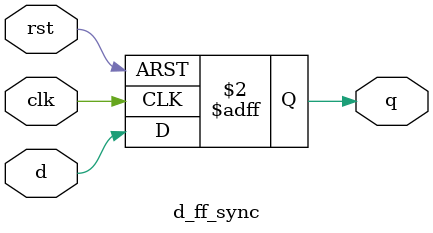
<source format=v>
`timescale 1ns / 1ps


// 4-bit Asynchronous Up Counter
module async_up_counter(input clk, rst, output [3:0] q);
    wire [3:0] j, k;

    assign j = 4'b1111;
    assign k = 4'b1111;

    jk_ff_async FF0(j[0], k[0], clk, rst, q[0]);
    jk_ff_async FF1(j[1], k[1], ~q[0], rst, q[1]);
    jk_ff_async FF2(j[2], k[2], ~q[1], rst, q[2]);
    jk_ff_async FF3(j[3], k[3], ~q[2], rst, q[3]);
endmodule

// 4-bit Asynchronous Down Counter
module async_down_counter(input clk, rst, output [3:0] q);
    wire [3:0] j, k;

    assign j = 4'b1111;
    assign k = 4'b1111;

    jk_ff_async FF0(j[0], k[0], clk, rst, q[0]);
    jk_ff_async FF1(j[1], k[1], q[0], rst, q[1]);
    jk_ff_async FF2(j[2], k[2], q[1], rst, q[2]);
    jk_ff_async FF3(j[3], k[3], q[2], rst, q[3]);
endmodule

// 4-bit Asynchronous Up-Down Counter
module async_updown_counter(input clk, rst, up, output [3:0] q);
    wire [3:0] j, k;
    wire tc0, tc1, tc2;

    assign j = 4'b1111;
    assign k = 4'b1111;
    assign tc0 = (up) ? ~q[0] : q[0];
     assign tc1 = (up) ? ~q[1] : q[1];
      assign tc2 = (up) ? ~q[2] : q[2];


    jk_ff_async FF0(j[0], k[0], clk, rst, q[0]);
    jk_ff_async FF1(j[1], k[1], tc0, rst, q[1]);
    jk_ff_async FF2(j[2], k[2], tc1, rst, q[2]);
    jk_ff_async FF3(j[3], k[3], tc2, rst, q[3]);
endmodule



module jk_ff_async(
    input j, k, clk, rst,
    output reg q
);
    always @(posedge clk or posedge rst) begin
        if (rst)
            q <= 0;
        else begin
            case ({j, k})
                2'b00: q <= q;    // No change
                2'b01: q <= 0;    // Reset
                2'b10: q <= 1;    // Set
                2'b11: q <= ~q;   // Toggle
            endcase
        end
    end
endmodule


module d_ff_sync(
    input d, clk, rst,
    output reg q
);
    always @(posedge clk or posedge rst) begin
        if (rst)
            q <= 1'b0;
        else
            q <= d;
    end
endmodule
</source>
